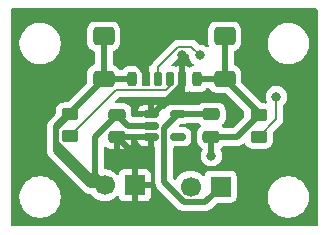
<source format=gbr>
%TF.GenerationSoftware,KiCad,Pcbnew,9.0.4*%
%TF.CreationDate,2025-10-29T17:36:42+05:30*%
%TF.ProjectId,usb_to_3.3v,7573625f-746f-45f3-932e-33762e6b6963,rev?*%
%TF.SameCoordinates,Original*%
%TF.FileFunction,Copper,L1,Top*%
%TF.FilePolarity,Positive*%
%FSLAX46Y46*%
G04 Gerber Fmt 4.6, Leading zero omitted, Abs format (unit mm)*
G04 Created by KiCad (PCBNEW 9.0.4) date 2025-10-29 17:36:42*
%MOMM*%
%LPD*%
G01*
G04 APERTURE LIST*
G04 Aperture macros list*
%AMRoundRect*
0 Rectangle with rounded corners*
0 $1 Rounding radius*
0 $2 $3 $4 $5 $6 $7 $8 $9 X,Y pos of 4 corners*
0 Add a 4 corners polygon primitive as box body*
4,1,4,$2,$3,$4,$5,$6,$7,$8,$9,$2,$3,0*
0 Add four circle primitives for the rounded corners*
1,1,$1+$1,$2,$3*
1,1,$1+$1,$4,$5*
1,1,$1+$1,$6,$7*
1,1,$1+$1,$8,$9*
0 Add four rect primitives between the rounded corners*
20,1,$1+$1,$2,$3,$4,$5,0*
20,1,$1+$1,$4,$5,$6,$7,0*
20,1,$1+$1,$6,$7,$8,$9,0*
20,1,$1+$1,$8,$9,$2,$3,0*%
G04 Aperture macros list end*
%TA.AperFunction,ComponentPad*%
%ADD10R,1.700000X1.700000*%
%TD*%
%TA.AperFunction,ComponentPad*%
%ADD11C,1.700000*%
%TD*%
%TA.AperFunction,SMDPad,CuDef*%
%ADD12RoundRect,0.150000X-0.512500X-0.150000X0.512500X-0.150000X0.512500X0.150000X-0.512500X0.150000X0*%
%TD*%
%TA.AperFunction,SMDPad,CuDef*%
%ADD13RoundRect,0.250000X0.450000X-0.262500X0.450000X0.262500X-0.450000X0.262500X-0.450000X-0.262500X0*%
%TD*%
%TA.AperFunction,SMDPad,CuDef*%
%ADD14RoundRect,0.250000X-0.450000X0.262500X-0.450000X-0.262500X0.450000X-0.262500X0.450000X0.262500X0*%
%TD*%
%TA.AperFunction,SMDPad,CuDef*%
%ADD15RoundRect,0.175000X0.175000X0.425000X-0.175000X0.425000X-0.175000X-0.425000X0.175000X-0.425000X0*%
%TD*%
%TA.AperFunction,SMDPad,CuDef*%
%ADD16RoundRect,0.190000X-0.190000X-0.410000X0.190000X-0.410000X0.190000X0.410000X-0.190000X0.410000X0*%
%TD*%
%TA.AperFunction,SMDPad,CuDef*%
%ADD17RoundRect,0.200000X-0.200000X-0.400000X0.200000X-0.400000X0.200000X0.400000X-0.200000X0.400000X0*%
%TD*%
%TA.AperFunction,SMDPad,CuDef*%
%ADD18RoundRect,0.175000X-0.175000X-0.425000X0.175000X-0.425000X0.175000X0.425000X-0.175000X0.425000X0*%
%TD*%
%TA.AperFunction,SMDPad,CuDef*%
%ADD19RoundRect,0.190000X0.190000X0.410000X-0.190000X0.410000X-0.190000X-0.410000X0.190000X-0.410000X0*%
%TD*%
%TA.AperFunction,SMDPad,CuDef*%
%ADD20RoundRect,0.200000X0.200000X0.400000X-0.200000X0.400000X-0.200000X-0.400000X0.200000X-0.400000X0*%
%TD*%
%TA.AperFunction,SMDPad,CuDef*%
%ADD21RoundRect,0.250000X0.650000X0.425000X-0.650000X0.425000X-0.650000X-0.425000X0.650000X-0.425000X0*%
%TD*%
%TA.AperFunction,SMDPad,CuDef*%
%ADD22RoundRect,0.250000X0.650000X0.500000X-0.650000X0.500000X-0.650000X-0.500000X0.650000X-0.500000X0*%
%TD*%
%TA.AperFunction,SMDPad,CuDef*%
%ADD23RoundRect,0.250000X-0.475000X0.250000X-0.475000X-0.250000X0.475000X-0.250000X0.475000X0.250000X0*%
%TD*%
%TA.AperFunction,SMDPad,CuDef*%
%ADD24RoundRect,0.250000X0.475000X-0.250000X0.475000X0.250000X-0.475000X0.250000X-0.475000X-0.250000X0*%
%TD*%
%TA.AperFunction,ViaPad*%
%ADD25C,0.800000*%
%TD*%
%TA.AperFunction,Conductor*%
%ADD26C,0.508000*%
%TD*%
%TA.AperFunction,Conductor*%
%ADD27C,0.203200*%
%TD*%
G04 APERTURE END LIST*
D10*
%TO.P,J4,1,Pin_1*%
%TO.N,+3.3V*%
X153775000Y-91115000D03*
D11*
%TO.P,J4,2,Pin_2*%
%TO.N,GND*%
X151235000Y-91115000D03*
%TD*%
D10*
%TO.P,J3,1,Pin_1*%
%TO.N,+5V*%
X146500000Y-91000000D03*
D11*
%TO.P,J3,2,Pin_2*%
%TO.N,GND*%
X143960000Y-91000000D03*
%TD*%
D12*
%TO.P,U1,1,VIN*%
%TO.N,+5V*%
X147862500Y-85000000D03*
%TO.P,U1,2,GND*%
%TO.N,GND*%
X147862500Y-85950000D03*
%TO.P,U1,3,EN*%
%TO.N,+5V*%
X147862500Y-86900000D03*
%TO.P,U1,4,NC*%
%TO.N,unconnected-(U1-NC-Pad4)*%
X150137500Y-86900000D03*
%TO.P,U1,5,VOUT*%
%TO.N,+3.3V*%
X150137500Y-85000000D03*
%TD*%
D13*
%TO.P,R2,1*%
%TO.N,Net-(J1-CC1)*%
X141000000Y-86825000D03*
%TO.P,R2,2*%
%TO.N,GND*%
X141000000Y-85000000D03*
%TD*%
D14*
%TO.P,R1,1*%
%TO.N,GND*%
X157000000Y-85087500D03*
%TO.P,R1,2*%
%TO.N,Net-(J1-CC2)*%
X157000000Y-86912500D03*
%TD*%
D15*
%TO.P,J1,A5,CC1*%
%TO.N,Net-(J1-CC1)*%
X149500000Y-82032500D03*
D16*
%TO.P,J1,A9,VBUS*%
%TO.N,+5V*%
X147480000Y-82032500D03*
D17*
%TO.P,J1,A12,GND*%
%TO.N,GND*%
X146250000Y-82032500D03*
D18*
%TO.P,J1,B5,CC2*%
%TO.N,Net-(J1-CC2)*%
X148500000Y-82032500D03*
D19*
%TO.P,J1,B9,VBUS*%
%TO.N,+5V*%
X150520000Y-82032500D03*
D20*
%TO.P,J1,B12,GND*%
%TO.N,GND*%
X151750000Y-82032500D03*
D21*
%TO.P,J1,S1,SHIELD*%
X154125000Y-81977500D03*
D22*
X154125000Y-78397500D03*
D21*
X143875000Y-81977500D03*
D22*
X143875000Y-78397500D03*
%TD*%
D23*
%TO.P,C2,1*%
%TO.N,+3.3V*%
X153000000Y-85000000D03*
%TO.P,C2,2*%
%TO.N,GND*%
X153000000Y-86900000D03*
%TD*%
D24*
%TO.P,C1,1*%
%TO.N,+5V*%
X145000000Y-86950000D03*
%TO.P,C1,2*%
%TO.N,GND*%
X145000000Y-85050000D03*
%TD*%
D25*
%TO.N,GND*%
X153000000Y-88500000D03*
%TO.N,Net-(J1-CC2)*%
X158500000Y-83500000D03*
X152000000Y-80000000D03*
%TO.N,+5V*%
X146000000Y-80000000D03*
X150500000Y-80000000D03*
%TD*%
D26*
%TO.N,GND*%
X143454028Y-91000000D02*
X143960000Y-91000000D01*
X139841800Y-86158200D02*
X139841800Y-87387772D01*
X141000000Y-85000000D02*
X139841800Y-86158200D01*
X139841800Y-87387772D02*
X143454028Y-91000000D01*
X146195000Y-81977500D02*
X146250000Y-82032500D01*
X143875000Y-81977500D02*
X146195000Y-81977500D01*
X143875000Y-81977500D02*
X143875000Y-78397500D01*
X151805000Y-81977500D02*
X151750000Y-82032500D01*
X154125000Y-81977500D02*
X151805000Y-81977500D01*
X154125000Y-81977500D02*
X154125000Y-78397500D01*
X157000000Y-84852500D02*
X154125000Y-81977500D01*
X157000000Y-85087500D02*
X157000000Y-84852500D01*
X155187500Y-86900000D02*
X157000000Y-85087500D01*
X153000000Y-86900000D02*
X155187500Y-86900000D01*
X153000000Y-86900000D02*
X153000000Y-88500000D01*
D27*
%TO.N,Net-(J1-CC1)*%
X149500000Y-82632500D02*
X149500000Y-82032500D01*
X149194200Y-82938300D02*
X149500000Y-82632500D01*
X144886700Y-82938300D02*
X149194200Y-82938300D01*
X141000000Y-86825000D02*
X144886700Y-82938300D01*
D26*
%TO.N,+3.3V*%
X152466800Y-92423200D02*
X153775000Y-91115000D01*
X149016800Y-90746875D02*
X150693125Y-92423200D01*
X150137500Y-85000000D02*
X149016800Y-86120700D01*
X149016800Y-86120700D02*
X149016800Y-90746875D01*
X150693125Y-92423200D02*
X152466800Y-92423200D01*
X153000000Y-85000000D02*
X150137500Y-85000000D01*
D27*
%TO.N,unconnected-(U1-NC-Pad4)*%
X150137500Y-86900000D02*
X150237500Y-87000000D01*
D26*
%TO.N,GND*%
X145900000Y-85950000D02*
X147862500Y-85950000D01*
X145000000Y-85050000D02*
X145900000Y-85950000D01*
D27*
%TO.N,Net-(J1-CC2)*%
X158500000Y-85412500D02*
X157000000Y-86912500D01*
X150207648Y-79294200D02*
X151294200Y-79294200D01*
X151294200Y-79294200D02*
X152000000Y-80000000D01*
X148500000Y-81001848D02*
X150207648Y-79294200D01*
X158500000Y-83500000D02*
X158500000Y-85412500D01*
X148500000Y-82032500D02*
X148500000Y-81001848D01*
D26*
%TO.N,+5V*%
X150500000Y-82012500D02*
X150520000Y-82032500D01*
X150500000Y-80000000D02*
X150500000Y-82012500D01*
X147480000Y-81480000D02*
X146000000Y-80000000D01*
X147480000Y-82032500D02*
X147480000Y-81480000D01*
%TO.N,GND*%
X143930000Y-82032500D02*
X143875000Y-81977500D01*
%TO.N,+5V*%
X148032830Y-85000000D02*
X147862500Y-85000000D01*
X150520000Y-82512830D02*
X148032830Y-85000000D01*
X150520000Y-82032500D02*
X150520000Y-82512830D01*
X147812500Y-86950000D02*
X147862500Y-86900000D01*
X145000000Y-86950000D02*
X147812500Y-86950000D01*
X146500000Y-88450000D02*
X145000000Y-86950000D01*
X146500000Y-91000000D02*
X146500000Y-88450000D01*
%TO.N,GND*%
X145000000Y-85050000D02*
X143110000Y-86940000D01*
X143110000Y-86940000D02*
X143110000Y-90150000D01*
X143110000Y-90150000D02*
X143960000Y-91000000D01*
X141000000Y-85000000D02*
X141000000Y-84852500D01*
X141000000Y-84852500D02*
X143875000Y-81977500D01*
X143875000Y-81977500D02*
X139841800Y-86010700D01*
X139841800Y-86010700D02*
X139841800Y-88083881D01*
X139841800Y-88083881D02*
X142757919Y-91000000D01*
X142757919Y-91000000D02*
X143960000Y-91000000D01*
%TD*%
%TA.AperFunction,Conductor*%
%TO.N,+5V*%
G36*
X150984185Y-79898850D02*
G01*
X150993147Y-79897562D01*
X151017187Y-79908540D01*
X151042539Y-79915985D01*
X151048466Y-79922825D01*
X151056703Y-79926587D01*
X151070992Y-79948821D01*
X151088294Y-79968789D01*
X151090581Y-79979303D01*
X151094477Y-79985365D01*
X151099500Y-80020300D01*
X151099500Y-80088695D01*
X151134103Y-80262658D01*
X151134106Y-80262667D01*
X151201983Y-80426540D01*
X151201990Y-80426553D01*
X151300535Y-80574034D01*
X151300538Y-80574038D01*
X151425961Y-80699461D01*
X151425969Y-80699467D01*
X151452958Y-80717501D01*
X151497764Y-80771113D01*
X151506471Y-80840438D01*
X151476317Y-80903465D01*
X151420958Y-80938988D01*
X151260396Y-80989020D01*
X151260394Y-80989021D01*
X151192270Y-81030203D01*
X151124715Y-81048038D01*
X151063974Y-81030203D01*
X150995261Y-80988666D01*
X150835294Y-80938818D01*
X150835287Y-80938817D01*
X150770000Y-80932884D01*
X150770000Y-83132114D01*
X150835282Y-83126184D01*
X150835290Y-83126182D01*
X150995258Y-83076334D01*
X150995264Y-83076331D01*
X151063971Y-83034797D01*
X151131526Y-83016960D01*
X151192270Y-83034795D01*
X151260394Y-83075978D01*
X151422804Y-83126586D01*
X151493384Y-83133000D01*
X151493387Y-83133000D01*
X152006613Y-83133000D01*
X152006616Y-83133000D01*
X152077196Y-83126586D01*
X152239606Y-83075978D01*
X152385185Y-82987972D01*
X152505472Y-82867685D01*
X152551317Y-82791849D01*
X152559250Y-82784583D01*
X152563720Y-82774797D01*
X152584569Y-82761398D01*
X152602845Y-82744662D01*
X152614997Y-82741843D01*
X152622498Y-82737023D01*
X152657433Y-82732000D01*
X152727249Y-82732000D01*
X152794288Y-82751685D01*
X152832786Y-82790901D01*
X152882288Y-82871156D01*
X153006344Y-82995212D01*
X153155666Y-83087314D01*
X153322203Y-83142499D01*
X153424991Y-83153000D01*
X154182112Y-83152999D01*
X154249151Y-83172683D01*
X154269793Y-83189318D01*
X155763251Y-84682776D01*
X155796736Y-84744099D01*
X155799008Y-84771835D01*
X155799500Y-84771835D01*
X155799500Y-85169612D01*
X155779815Y-85236651D01*
X155763181Y-85257293D01*
X154911294Y-86109181D01*
X154849971Y-86142666D01*
X154823613Y-86145500D01*
X154083230Y-86145500D01*
X154056020Y-86137510D01*
X154028097Y-86132569D01*
X154020429Y-86127059D01*
X154016191Y-86125815D01*
X153999039Y-86112537D01*
X153997257Y-86110889D01*
X153943656Y-86057288D01*
X153930568Y-86049215D01*
X153921725Y-86041037D01*
X153909731Y-86020976D01*
X153894096Y-86003594D01*
X153892134Y-85991545D01*
X153885871Y-85981068D01*
X153886627Y-85957704D01*
X153882872Y-85934632D01*
X153887736Y-85923435D01*
X153888131Y-85911235D01*
X153901397Y-85891990D01*
X153910713Y-85870549D01*
X153924287Y-85858786D01*
X153927787Y-85853710D01*
X153932345Y-85851803D01*
X153940817Y-85844462D01*
X153943656Y-85842712D01*
X154067712Y-85718656D01*
X154159814Y-85569334D01*
X154214999Y-85402797D01*
X154225500Y-85300009D01*
X154225499Y-84699992D01*
X154223740Y-84682776D01*
X154214999Y-84597203D01*
X154214998Y-84597200D01*
X154185813Y-84509127D01*
X154159814Y-84430666D01*
X154067712Y-84281344D01*
X153943656Y-84157288D01*
X153850888Y-84100069D01*
X153794336Y-84065187D01*
X153794331Y-84065185D01*
X153757432Y-84052958D01*
X153627797Y-84010001D01*
X153627795Y-84010000D01*
X153525010Y-83999500D01*
X152474998Y-83999500D01*
X152474980Y-83999501D01*
X152372203Y-84010000D01*
X152372200Y-84010001D01*
X152205668Y-84065185D01*
X152205663Y-84065187D01*
X152056342Y-84157289D01*
X152004451Y-84209181D01*
X151943128Y-84242666D01*
X151916770Y-84245500D01*
X150918559Y-84245500D01*
X150883964Y-84240576D01*
X150752573Y-84202402D01*
X150752567Y-84202401D01*
X150715701Y-84199500D01*
X150715694Y-84199500D01*
X149559306Y-84199500D01*
X149559298Y-84199500D01*
X149522432Y-84202401D01*
X149522426Y-84202402D01*
X149364606Y-84248254D01*
X149364603Y-84248255D01*
X149223137Y-84331917D01*
X149223129Y-84331923D01*
X149106923Y-84448129D01*
X149106913Y-84448142D01*
X149106434Y-84448953D01*
X149105893Y-84449457D01*
X149102139Y-84454298D01*
X149101357Y-84453691D01*
X149055360Y-84496631D01*
X148986617Y-84509127D01*
X148922030Y-84482474D01*
X148897716Y-84454410D01*
X148897463Y-84454607D01*
X148893841Y-84449937D01*
X148892976Y-84448939D01*
X148892685Y-84448447D01*
X148892678Y-84448438D01*
X148776561Y-84332321D01*
X148776552Y-84332314D01*
X148635196Y-84248717D01*
X148635193Y-84248716D01*
X148477495Y-84202900D01*
X148477489Y-84202899D01*
X148440649Y-84200000D01*
X148112500Y-84200000D01*
X148112500Y-84876000D01*
X148092815Y-84943039D01*
X148040011Y-84988794D01*
X147988500Y-85000000D01*
X147862500Y-85000000D01*
X147862500Y-85025500D01*
X147842815Y-85092539D01*
X147790011Y-85138294D01*
X147738500Y-85149500D01*
X147284298Y-85149500D01*
X147247432Y-85152401D01*
X147247426Y-85152402D01*
X147116036Y-85190576D01*
X147081441Y-85195500D01*
X146349500Y-85195500D01*
X146282461Y-85175815D01*
X146236706Y-85123011D01*
X146225500Y-85071500D01*
X146225499Y-84794344D01*
X146225499Y-84749998D01*
X146702704Y-84749998D01*
X146702705Y-84750000D01*
X147612500Y-84750000D01*
X147612500Y-84200000D01*
X147284350Y-84200000D01*
X147247510Y-84202899D01*
X147247504Y-84202900D01*
X147089806Y-84248716D01*
X147089803Y-84248717D01*
X146948447Y-84332314D01*
X146948438Y-84332321D01*
X146832321Y-84448438D01*
X146832314Y-84448447D01*
X146748718Y-84589801D01*
X146702899Y-84747513D01*
X146702704Y-84749998D01*
X146225499Y-84749998D01*
X146225498Y-84749980D01*
X146214999Y-84647203D01*
X146214998Y-84647200D01*
X146159814Y-84480666D01*
X146067712Y-84331344D01*
X145943656Y-84207288D01*
X145794334Y-84115186D01*
X145627797Y-84060001D01*
X145627795Y-84060000D01*
X145525016Y-84049500D01*
X145525009Y-84049500D01*
X144926359Y-84049500D01*
X144859320Y-84029815D01*
X144813565Y-83977011D01*
X144803621Y-83907853D01*
X144832646Y-83844297D01*
X144838678Y-83837819D01*
X144913831Y-83762667D01*
X145099779Y-83576719D01*
X145161102Y-83543234D01*
X145187460Y-83540400D01*
X149273466Y-83540400D01*
X149273468Y-83540400D01*
X149426602Y-83499367D01*
X149563898Y-83420100D01*
X149676000Y-83307998D01*
X149862520Y-83121476D01*
X149874139Y-83114391D01*
X149880647Y-83106502D01*
X149911195Y-83091792D01*
X149912387Y-83091066D01*
X149912715Y-83090960D01*
X149954270Y-83078012D01*
X149955520Y-83077256D01*
X149963682Y-83074643D01*
X149991864Y-83073959D01*
X150019786Y-83070095D01*
X150032372Y-83072977D01*
X150033531Y-83072949D01*
X150034302Y-83073418D01*
X150038382Y-83074353D01*
X150204709Y-83126182D01*
X150204717Y-83126184D01*
X150270000Y-83132115D01*
X150270000Y-82813539D01*
X150287882Y-82749390D01*
X150295512Y-82736770D01*
X150344315Y-82580157D01*
X150350500Y-82512094D01*
X150350500Y-81552906D01*
X150344315Y-81484843D01*
X150295512Y-81328230D01*
X150287881Y-81315606D01*
X150270000Y-81251459D01*
X150270000Y-80932884D01*
X150204712Y-80938817D01*
X150204702Y-80938819D01*
X150038383Y-80990646D01*
X149968523Y-80991798D01*
X149960971Y-80989076D01*
X149797661Y-80938186D01*
X149797659Y-80938185D01*
X149797657Y-80938185D01*
X149729594Y-80932000D01*
X149729591Y-80932000D01*
X149720708Y-80932000D01*
X149653669Y-80912315D01*
X149607914Y-80859511D01*
X149597970Y-80790353D01*
X149626995Y-80726797D01*
X149633027Y-80720319D01*
X150420727Y-79932619D01*
X150482050Y-79899134D01*
X150508408Y-79896300D01*
X150975500Y-79896300D01*
X150984185Y-79898850D01*
G37*
%TD.AperFunction*%
%TA.AperFunction,Conductor*%
G36*
X161926539Y-76036185D02*
G01*
X161972294Y-76088989D01*
X161983500Y-76140500D01*
X161983500Y-94359500D01*
X161963815Y-94426539D01*
X161911011Y-94472294D01*
X161859500Y-94483500D01*
X136140500Y-94483500D01*
X136073461Y-94463815D01*
X136027706Y-94411011D01*
X136016500Y-94359500D01*
X136016500Y-91885258D01*
X136749500Y-91885258D01*
X136749500Y-92114741D01*
X136761691Y-92207335D01*
X136779452Y-92342238D01*
X136813239Y-92468333D01*
X136838842Y-92563887D01*
X136926650Y-92775876D01*
X136926657Y-92775890D01*
X137041392Y-92974617D01*
X137181081Y-93156661D01*
X137181089Y-93156670D01*
X137343330Y-93318911D01*
X137343338Y-93318918D01*
X137525382Y-93458607D01*
X137525385Y-93458608D01*
X137525388Y-93458611D01*
X137724112Y-93573344D01*
X137724117Y-93573346D01*
X137724123Y-93573349D01*
X137815480Y-93611190D01*
X137936113Y-93661158D01*
X138157762Y-93720548D01*
X138385266Y-93750500D01*
X138385273Y-93750500D01*
X138614727Y-93750500D01*
X138614734Y-93750500D01*
X138842238Y-93720548D01*
X139063887Y-93661158D01*
X139275888Y-93573344D01*
X139474612Y-93458611D01*
X139656661Y-93318919D01*
X139656665Y-93318914D01*
X139656670Y-93318911D01*
X139818911Y-93156670D01*
X139818914Y-93156665D01*
X139818919Y-93156661D01*
X139958611Y-92974612D01*
X140073344Y-92775888D01*
X140161158Y-92563887D01*
X140220548Y-92342238D01*
X140250500Y-92114734D01*
X140250500Y-91885266D01*
X140220548Y-91657762D01*
X140161158Y-91436113D01*
X140107680Y-91307007D01*
X140073349Y-91224123D01*
X140073346Y-91224117D01*
X140073344Y-91224112D01*
X139958611Y-91025388D01*
X139958608Y-91025385D01*
X139958607Y-91025382D01*
X139818918Y-90843338D01*
X139818911Y-90843330D01*
X139656670Y-90681089D01*
X139656661Y-90681081D01*
X139474617Y-90541392D01*
X139455086Y-90530116D01*
X139371033Y-90481588D01*
X139275890Y-90426657D01*
X139275876Y-90426650D01*
X139063887Y-90338842D01*
X138842238Y-90279452D01*
X138804215Y-90274446D01*
X138614741Y-90249500D01*
X138614734Y-90249500D01*
X138385266Y-90249500D01*
X138385258Y-90249500D01*
X138168715Y-90278009D01*
X138157762Y-90279452D01*
X138110245Y-90292184D01*
X137936112Y-90338842D01*
X137724123Y-90426650D01*
X137724109Y-90426657D01*
X137525382Y-90541392D01*
X137343338Y-90681081D01*
X137181081Y-90843338D01*
X137041392Y-91025382D01*
X136926657Y-91224109D01*
X136926650Y-91224123D01*
X136838842Y-91436112D01*
X136779453Y-91657759D01*
X136779451Y-91657770D01*
X136749500Y-91885258D01*
X136016500Y-91885258D01*
X136016500Y-88158195D01*
X139087298Y-88158195D01*
X139116293Y-88303954D01*
X139116296Y-88303964D01*
X139173166Y-88441262D01*
X139173172Y-88441273D01*
X139255742Y-88564849D01*
X142276950Y-91586057D01*
X142276953Y-91586059D01*
X142400530Y-91668630D01*
X142470700Y-91697695D01*
X142537839Y-91725505D01*
X142562024Y-91730315D01*
X142570369Y-91731975D01*
X142683605Y-91754501D01*
X142775686Y-91754501D01*
X142842725Y-91774186D01*
X142876005Y-91805617D01*
X142929892Y-91879788D01*
X143080213Y-92030109D01*
X143252179Y-92155048D01*
X143252181Y-92155049D01*
X143252184Y-92155051D01*
X143441588Y-92251557D01*
X143643757Y-92317246D01*
X143853713Y-92350500D01*
X143853714Y-92350500D01*
X144066286Y-92350500D01*
X144066287Y-92350500D01*
X144276243Y-92317246D01*
X144478412Y-92251557D01*
X144667816Y-92155051D01*
X144754478Y-92092088D01*
X144839784Y-92030110D01*
X144839784Y-92030109D01*
X144839792Y-92030104D01*
X144953717Y-91916178D01*
X145015036Y-91882696D01*
X145084728Y-91887680D01*
X145140662Y-91929551D01*
X145157577Y-91960528D01*
X145206646Y-92092088D01*
X145206649Y-92092093D01*
X145292809Y-92207187D01*
X145292812Y-92207190D01*
X145407906Y-92293350D01*
X145407913Y-92293354D01*
X145542620Y-92343596D01*
X145542627Y-92343598D01*
X145602155Y-92349999D01*
X145602172Y-92350000D01*
X146250000Y-92350000D01*
X146250000Y-91433012D01*
X146307007Y-91465925D01*
X146434174Y-91500000D01*
X146565826Y-91500000D01*
X146692993Y-91465925D01*
X146750000Y-91433012D01*
X146750000Y-92350000D01*
X147397828Y-92350000D01*
X147397844Y-92349999D01*
X147457372Y-92343598D01*
X147457379Y-92343596D01*
X147592086Y-92293354D01*
X147592093Y-92293350D01*
X147707187Y-92207190D01*
X147707190Y-92207187D01*
X147793350Y-92092093D01*
X147793354Y-92092086D01*
X147843596Y-91957379D01*
X147843598Y-91957372D01*
X147849999Y-91897844D01*
X147850000Y-91897827D01*
X147850000Y-91250000D01*
X146933012Y-91250000D01*
X146965925Y-91192993D01*
X147000000Y-91065826D01*
X147000000Y-90934174D01*
X146965925Y-90807007D01*
X146933012Y-90750000D01*
X147850000Y-90750000D01*
X147850000Y-90102172D01*
X147849999Y-90102155D01*
X147843598Y-90042627D01*
X147843596Y-90042620D01*
X147793354Y-89907913D01*
X147793350Y-89907906D01*
X147707190Y-89792812D01*
X147707187Y-89792809D01*
X147592093Y-89706649D01*
X147592086Y-89706645D01*
X147457379Y-89656403D01*
X147457372Y-89656401D01*
X147397844Y-89650000D01*
X146750000Y-89650000D01*
X146750000Y-90566988D01*
X146692993Y-90534075D01*
X146565826Y-90500000D01*
X146434174Y-90500000D01*
X146307007Y-90534075D01*
X146250000Y-90566988D01*
X146250000Y-89650000D01*
X145602155Y-89650000D01*
X145542627Y-89656401D01*
X145542620Y-89656403D01*
X145407913Y-89706645D01*
X145407906Y-89706649D01*
X145292812Y-89792809D01*
X145292809Y-89792812D01*
X145206649Y-89907906D01*
X145206646Y-89907912D01*
X145157577Y-90039471D01*
X145115705Y-90095404D01*
X145050241Y-90119821D01*
X144981968Y-90104969D01*
X144953714Y-90083818D01*
X144839786Y-89969890D01*
X144667820Y-89844951D01*
X144478414Y-89748444D01*
X144478413Y-89748443D01*
X144478412Y-89748443D01*
X144276243Y-89682754D01*
X144276241Y-89682753D01*
X144276240Y-89682753D01*
X144114957Y-89657208D01*
X144066287Y-89649500D01*
X144066286Y-89649500D01*
X143988500Y-89649500D01*
X143921461Y-89629815D01*
X143875706Y-89577011D01*
X143864500Y-89525500D01*
X143864500Y-87895968D01*
X143884185Y-87828929D01*
X143936989Y-87783174D01*
X144006147Y-87773230D01*
X144053597Y-87790430D01*
X144205869Y-87884353D01*
X144205880Y-87884358D01*
X144372302Y-87939505D01*
X144372309Y-87939506D01*
X144475019Y-87949999D01*
X144749999Y-87949999D01*
X145250000Y-87949999D01*
X145524972Y-87949999D01*
X145524986Y-87949998D01*
X145627697Y-87939505D01*
X145794119Y-87884358D01*
X145794124Y-87884356D01*
X145943345Y-87792315D01*
X146067315Y-87668345D01*
X146159356Y-87519124D01*
X146159358Y-87519119D01*
X146214505Y-87352697D01*
X146214506Y-87352690D01*
X146224999Y-87249986D01*
X146225000Y-87249973D01*
X146225000Y-87200000D01*
X145250000Y-87200000D01*
X145250000Y-87949999D01*
X144749999Y-87949999D01*
X144750000Y-87949998D01*
X144750000Y-87150001D01*
X146702704Y-87150001D01*
X146702899Y-87152486D01*
X146748718Y-87310198D01*
X146832314Y-87451552D01*
X146832321Y-87451561D01*
X146948438Y-87567678D01*
X146948447Y-87567685D01*
X147089803Y-87651282D01*
X147089806Y-87651283D01*
X147247504Y-87697099D01*
X147247510Y-87697100D01*
X147284350Y-87699999D01*
X147284366Y-87700000D01*
X147612500Y-87700000D01*
X147612500Y-87150000D01*
X146702705Y-87150000D01*
X146702704Y-87150001D01*
X144750000Y-87150001D01*
X144750000Y-87074000D01*
X144769685Y-87006961D01*
X144822489Y-86961206D01*
X144874000Y-86950000D01*
X145000000Y-86950000D01*
X145000000Y-86824000D01*
X145019685Y-86756961D01*
X145072489Y-86711206D01*
X145124000Y-86700000D01*
X145790853Y-86700000D01*
X145815042Y-86702382D01*
X145825688Y-86704500D01*
X145974312Y-86704500D01*
X147081441Y-86704500D01*
X147116036Y-86709424D01*
X147247426Y-86747597D01*
X147247429Y-86747597D01*
X147247431Y-86747598D01*
X147284306Y-86750500D01*
X147738500Y-86750500D01*
X147805539Y-86770185D01*
X147851294Y-86822989D01*
X147862500Y-86874500D01*
X147862500Y-86900000D01*
X147988500Y-86900000D01*
X148055539Y-86919685D01*
X148101294Y-86972489D01*
X148112500Y-87024000D01*
X148112500Y-87700000D01*
X148138300Y-87700000D01*
X148205339Y-87719685D01*
X148251094Y-87772489D01*
X148262300Y-87824000D01*
X148262300Y-90667427D01*
X148262299Y-90667453D01*
X148262299Y-90672563D01*
X148262299Y-90821187D01*
X148262299Y-90821189D01*
X148262298Y-90821189D01*
X148291293Y-90966948D01*
X148291296Y-90966958D01*
X148348166Y-91104256D01*
X148348172Y-91104267D01*
X148430742Y-91227843D01*
X148430743Y-91227844D01*
X150102725Y-92899824D01*
X150102746Y-92899847D01*
X150212154Y-93009255D01*
X150212157Y-93009257D01*
X150212159Y-93009259D01*
X150294730Y-93064430D01*
X150335736Y-93091830D01*
X150416170Y-93125146D01*
X150473045Y-93148705D01*
X150473054Y-93148706D01*
X150473055Y-93148707D01*
X150497228Y-93153515D01*
X150497235Y-93153516D01*
X150618811Y-93177701D01*
X150618813Y-93177701D01*
X150773551Y-93177701D01*
X150773571Y-93177700D01*
X152386354Y-93177700D01*
X152386374Y-93177701D01*
X152392488Y-93177701D01*
X152541114Y-93177701D01*
X152577809Y-93170400D01*
X152662694Y-93153515D01*
X152686880Y-93148705D01*
X152743755Y-93125146D01*
X152824189Y-93091830D01*
X152947766Y-93009259D01*
X153455205Y-92501817D01*
X153516528Y-92468333D01*
X153542886Y-92465499D01*
X154672871Y-92465499D01*
X154672872Y-92465499D01*
X154732483Y-92459091D01*
X154867331Y-92408796D01*
X154982546Y-92322546D01*
X155068796Y-92207331D01*
X155119091Y-92072483D01*
X155125500Y-92012873D01*
X155125500Y-91885258D01*
X157749500Y-91885258D01*
X157749500Y-92114741D01*
X157761691Y-92207335D01*
X157779452Y-92342238D01*
X157813239Y-92468333D01*
X157838842Y-92563887D01*
X157926650Y-92775876D01*
X157926657Y-92775890D01*
X158041392Y-92974617D01*
X158181081Y-93156661D01*
X158181089Y-93156670D01*
X158343330Y-93318911D01*
X158343338Y-93318918D01*
X158525382Y-93458607D01*
X158525385Y-93458608D01*
X158525388Y-93458611D01*
X158724112Y-93573344D01*
X158724117Y-93573346D01*
X158724123Y-93573349D01*
X158815480Y-93611190D01*
X158936113Y-93661158D01*
X159157762Y-93720548D01*
X159385266Y-93750500D01*
X159385273Y-93750500D01*
X159614727Y-93750500D01*
X159614734Y-93750500D01*
X159842238Y-93720548D01*
X160063887Y-93661158D01*
X160275888Y-93573344D01*
X160474612Y-93458611D01*
X160656661Y-93318919D01*
X160656665Y-93318914D01*
X160656670Y-93318911D01*
X160818911Y-93156670D01*
X160818914Y-93156665D01*
X160818919Y-93156661D01*
X160958611Y-92974612D01*
X161073344Y-92775888D01*
X161161158Y-92563887D01*
X161220548Y-92342238D01*
X161250500Y-92114734D01*
X161250500Y-91885266D01*
X161220548Y-91657762D01*
X161161158Y-91436113D01*
X161107680Y-91307007D01*
X161073349Y-91224123D01*
X161073346Y-91224117D01*
X161073344Y-91224112D01*
X160958611Y-91025388D01*
X160958608Y-91025385D01*
X160958607Y-91025382D01*
X160818918Y-90843338D01*
X160818911Y-90843330D01*
X160656670Y-90681089D01*
X160656661Y-90681081D01*
X160474617Y-90541392D01*
X160455086Y-90530116D01*
X160371033Y-90481588D01*
X160275890Y-90426657D01*
X160275876Y-90426650D01*
X160063887Y-90338842D01*
X159842238Y-90279452D01*
X159804215Y-90274446D01*
X159614741Y-90249500D01*
X159614734Y-90249500D01*
X159385266Y-90249500D01*
X159385258Y-90249500D01*
X159168715Y-90278009D01*
X159157762Y-90279452D01*
X159110245Y-90292184D01*
X158936112Y-90338842D01*
X158724123Y-90426650D01*
X158724109Y-90426657D01*
X158525382Y-90541392D01*
X158343338Y-90681081D01*
X158181081Y-90843338D01*
X158041392Y-91025382D01*
X157926657Y-91224109D01*
X157926650Y-91224123D01*
X157838842Y-91436112D01*
X157779453Y-91657759D01*
X157779451Y-91657770D01*
X157749500Y-91885258D01*
X155125500Y-91885258D01*
X155125499Y-91106287D01*
X155125499Y-90217129D01*
X155125498Y-90217123D01*
X155119091Y-90157516D01*
X155068797Y-90022671D01*
X155068793Y-90022664D01*
X154982547Y-89907455D01*
X154982544Y-89907452D01*
X154867335Y-89821206D01*
X154867328Y-89821202D01*
X154732482Y-89770908D01*
X154732483Y-89770908D01*
X154672883Y-89764501D01*
X154672881Y-89764500D01*
X154672873Y-89764500D01*
X154672864Y-89764500D01*
X152877129Y-89764500D01*
X152877123Y-89764501D01*
X152817516Y-89770908D01*
X152682671Y-89821202D01*
X152682664Y-89821206D01*
X152567455Y-89907452D01*
X152567452Y-89907455D01*
X152481206Y-90022664D01*
X152481203Y-90022669D01*
X152432189Y-90154083D01*
X152390317Y-90210016D01*
X152324853Y-90234433D01*
X152256580Y-90219581D01*
X152228326Y-90198430D01*
X152114786Y-90084890D01*
X151942820Y-89959951D01*
X151753414Y-89863444D01*
X151753413Y-89863443D01*
X151753412Y-89863443D01*
X151551243Y-89797754D01*
X151551241Y-89797753D01*
X151551240Y-89797753D01*
X151389957Y-89772208D01*
X151341287Y-89764500D01*
X151128713Y-89764500D01*
X151080042Y-89772208D01*
X150918760Y-89797753D01*
X150716585Y-89863444D01*
X150527179Y-89959951D01*
X150355213Y-90084890D01*
X150204890Y-90235213D01*
X150079951Y-90407180D01*
X150044081Y-90477579D01*
X150024764Y-90498031D01*
X150007906Y-90520551D01*
X150001096Y-90523090D01*
X149996106Y-90528375D01*
X149968799Y-90535137D01*
X149942442Y-90544968D01*
X149935339Y-90543422D01*
X149928285Y-90545170D01*
X149901655Y-90536095D01*
X149874169Y-90530116D01*
X149865863Y-90523898D01*
X149862150Y-90522633D01*
X149845915Y-90508965D01*
X149807619Y-90470669D01*
X149774134Y-90409346D01*
X149771300Y-90382988D01*
X149771300Y-87824500D01*
X149790985Y-87757461D01*
X149843789Y-87711706D01*
X149895300Y-87700500D01*
X150715686Y-87700500D01*
X150715694Y-87700500D01*
X150752569Y-87697598D01*
X150752571Y-87697597D01*
X150752573Y-87697597D01*
X150812418Y-87680210D01*
X150910398Y-87651744D01*
X151051865Y-87568081D01*
X151168081Y-87451865D01*
X151251744Y-87310398D01*
X151297598Y-87152569D01*
X151300500Y-87115694D01*
X151300500Y-86684306D01*
X151297598Y-86647431D01*
X151289230Y-86618629D01*
X151258394Y-86512492D01*
X151251744Y-86489602D01*
X151168081Y-86348135D01*
X151168079Y-86348133D01*
X151168076Y-86348129D01*
X151051870Y-86231923D01*
X151051862Y-86231917D01*
X150910396Y-86148255D01*
X150910393Y-86148254D01*
X150752573Y-86102402D01*
X150752567Y-86102401D01*
X150715701Y-86099500D01*
X150715694Y-86099500D01*
X150404386Y-86099500D01*
X150383140Y-86093261D01*
X150361052Y-86091682D01*
X150350268Y-86083609D01*
X150337347Y-86079815D01*
X150322847Y-86063081D01*
X150305119Y-86049810D01*
X150300411Y-86037189D01*
X150291592Y-86027011D01*
X150288440Y-86005093D01*
X150280702Y-85984346D01*
X150283564Y-85971185D01*
X150281648Y-85957853D01*
X150290847Y-85937709D01*
X150295554Y-85916073D01*
X150308822Y-85898347D01*
X150310673Y-85894297D01*
X150316705Y-85887819D01*
X150367705Y-85836819D01*
X150429028Y-85803334D01*
X150455386Y-85800500D01*
X150715686Y-85800500D01*
X150715694Y-85800500D01*
X150752569Y-85797598D01*
X150752571Y-85797597D01*
X150752573Y-85797597D01*
X150883964Y-85759424D01*
X150918559Y-85754500D01*
X151916770Y-85754500D01*
X151943974Y-85762488D01*
X151971904Y-85767431D01*
X151979571Y-85772940D01*
X151983809Y-85774185D01*
X152000962Y-85787463D01*
X152002730Y-85789098D01*
X152056344Y-85842712D01*
X152069431Y-85850784D01*
X152078275Y-85858963D01*
X152090271Y-85879029D01*
X152105905Y-85896411D01*
X152107865Y-85908457D01*
X152114128Y-85918933D01*
X152113371Y-85942300D01*
X152117126Y-85965374D01*
X152112262Y-85976566D01*
X152111868Y-85988766D01*
X152098598Y-86008014D01*
X152089282Y-86029456D01*
X152075709Y-86041216D01*
X152072211Y-86046291D01*
X152067653Y-86048196D01*
X152059182Y-86055537D01*
X152056346Y-86057285D01*
X151932289Y-86181342D01*
X151840187Y-86330663D01*
X151840185Y-86330668D01*
X151812349Y-86414670D01*
X151785001Y-86497203D01*
X151785001Y-86497204D01*
X151785000Y-86497204D01*
X151774500Y-86599983D01*
X151774500Y-86599996D01*
X151774501Y-87200000D01*
X151774501Y-87200019D01*
X151785000Y-87302796D01*
X151785001Y-87302799D01*
X151832106Y-87444951D01*
X151840186Y-87469334D01*
X151932288Y-87618656D01*
X152056344Y-87742712D01*
X152186597Y-87823052D01*
X152193419Y-87830637D01*
X152202703Y-87834877D01*
X152216390Y-87856175D01*
X152233321Y-87874998D01*
X152235965Y-87886634D01*
X152240477Y-87893655D01*
X152245500Y-87928590D01*
X152245500Y-87970716D01*
X152225815Y-88037755D01*
X152224602Y-88039606D01*
X152201993Y-88073442D01*
X152201983Y-88073460D01*
X152134106Y-88237332D01*
X152134103Y-88237341D01*
X152099500Y-88411304D01*
X152099500Y-88588695D01*
X152134103Y-88762658D01*
X152134106Y-88762667D01*
X152201983Y-88926540D01*
X152201990Y-88926553D01*
X152300535Y-89074034D01*
X152300538Y-89074038D01*
X152425961Y-89199461D01*
X152425965Y-89199464D01*
X152573446Y-89298009D01*
X152573459Y-89298016D01*
X152696363Y-89348923D01*
X152737334Y-89365894D01*
X152737336Y-89365894D01*
X152737341Y-89365896D01*
X152911304Y-89400499D01*
X152911307Y-89400500D01*
X152911309Y-89400500D01*
X153088693Y-89400500D01*
X153088694Y-89400499D01*
X153146682Y-89388964D01*
X153262658Y-89365896D01*
X153262661Y-89365894D01*
X153262666Y-89365894D01*
X153426547Y-89298013D01*
X153574035Y-89199464D01*
X153699464Y-89074035D01*
X153798013Y-88926547D01*
X153865894Y-88762666D01*
X153900500Y-88588691D01*
X153900500Y-88411309D01*
X153900500Y-88411306D01*
X153900499Y-88411304D01*
X153865896Y-88237341D01*
X153865893Y-88237332D01*
X153798016Y-88073460D01*
X153798015Y-88073459D01*
X153798013Y-88073453D01*
X153798006Y-88073442D01*
X153775398Y-88039606D01*
X153769747Y-88021561D01*
X153759523Y-88005651D01*
X153755071Y-87974689D01*
X153754520Y-87972929D01*
X153754500Y-87970716D01*
X153754500Y-87928590D01*
X153774185Y-87861551D01*
X153813402Y-87823052D01*
X153943656Y-87742712D01*
X153995549Y-87690819D01*
X154056872Y-87657334D01*
X154083230Y-87654500D01*
X155107054Y-87654500D01*
X155107074Y-87654501D01*
X155113188Y-87654501D01*
X155261814Y-87654501D01*
X155299573Y-87646989D01*
X155383394Y-87630315D01*
X155407580Y-87625505D01*
X155470361Y-87599500D01*
X155544889Y-87568630D01*
X155668466Y-87486059D01*
X155676088Y-87478436D01*
X155737408Y-87444951D01*
X155807100Y-87449932D01*
X155863035Y-87491801D01*
X155869310Y-87501020D01*
X155941868Y-87618657D01*
X155957288Y-87643656D01*
X156081344Y-87767712D01*
X156230666Y-87859814D01*
X156397203Y-87914999D01*
X156499991Y-87925500D01*
X157500008Y-87925499D01*
X157500016Y-87925498D01*
X157500019Y-87925498D01*
X157556302Y-87919748D01*
X157602797Y-87914999D01*
X157769334Y-87859814D01*
X157918656Y-87767712D01*
X158042712Y-87643656D01*
X158134814Y-87494334D01*
X158189999Y-87327797D01*
X158200500Y-87225009D01*
X158200499Y-86614859D01*
X158220183Y-86547821D01*
X158236818Y-86527179D01*
X158582655Y-86181342D01*
X158981800Y-85782198D01*
X159014531Y-85725505D01*
X159061067Y-85644902D01*
X159102100Y-85491768D01*
X159102100Y-84222761D01*
X159121785Y-84155722D01*
X159138414Y-84135084D01*
X159199464Y-84074035D01*
X159298013Y-83926547D01*
X159365894Y-83762666D01*
X159400500Y-83588691D01*
X159400500Y-83411309D01*
X159400500Y-83411306D01*
X159400499Y-83411304D01*
X159365896Y-83237341D01*
X159365893Y-83237332D01*
X159298016Y-83073459D01*
X159298009Y-83073446D01*
X159199464Y-82925965D01*
X159199461Y-82925961D01*
X159074038Y-82800538D01*
X159074034Y-82800535D01*
X158926553Y-82701990D01*
X158926540Y-82701983D01*
X158762667Y-82634106D01*
X158762658Y-82634103D01*
X158588694Y-82599500D01*
X158588691Y-82599500D01*
X158411309Y-82599500D01*
X158411306Y-82599500D01*
X158237341Y-82634103D01*
X158237332Y-82634106D01*
X158073459Y-82701983D01*
X158073446Y-82701990D01*
X157925965Y-82800535D01*
X157925961Y-82800538D01*
X157800538Y-82925961D01*
X157800535Y-82925965D01*
X157701990Y-83073446D01*
X157701983Y-83073459D01*
X157634106Y-83237332D01*
X157634103Y-83237341D01*
X157599500Y-83411304D01*
X157599500Y-83588695D01*
X157634103Y-83762658D01*
X157634106Y-83762667D01*
X157695406Y-83910660D01*
X157699112Y-83945132D01*
X157702963Y-83979634D01*
X157702846Y-83979868D01*
X157702875Y-83980129D01*
X157687379Y-84011084D01*
X157671942Y-84042239D01*
X157671715Y-84042374D01*
X157671599Y-84042608D01*
X157641883Y-84060238D01*
X157611998Y-84078135D01*
X157611679Y-84078159D01*
X157611510Y-84078260D01*
X157576922Y-84082050D01*
X157572559Y-84081911D01*
X157500009Y-84074500D01*
X157338423Y-84074500D01*
X157336464Y-84074438D01*
X157305055Y-84064125D01*
X157273348Y-84054815D01*
X157271043Y-84052958D01*
X157270081Y-84052642D01*
X157268998Y-84051310D01*
X157252706Y-84038181D01*
X155561818Y-82347293D01*
X155528333Y-82285970D01*
X155525499Y-82259612D01*
X155525499Y-81502498D01*
X155525498Y-81502481D01*
X155514999Y-81399703D01*
X155514998Y-81399700D01*
X155487132Y-81315606D01*
X155459814Y-81233166D01*
X155367712Y-81083844D01*
X155243656Y-80959788D01*
X155094334Y-80867686D01*
X154964495Y-80824661D01*
X154907051Y-80784889D01*
X154880228Y-80720373D01*
X154879500Y-80706956D01*
X154879500Y-79743044D01*
X154899185Y-79676005D01*
X154951989Y-79630250D01*
X154964496Y-79625338D01*
X154964499Y-79625337D01*
X155094334Y-79582314D01*
X155243656Y-79490212D01*
X155367712Y-79366156D01*
X155459814Y-79216834D01*
X155514999Y-79050297D01*
X155525500Y-78947509D01*
X155525500Y-78885258D01*
X157749500Y-78885258D01*
X157749500Y-79114741D01*
X157762942Y-79216834D01*
X157779452Y-79342238D01*
X157815235Y-79475783D01*
X157838842Y-79563887D01*
X157926650Y-79775876D01*
X157926656Y-79775888D01*
X158027755Y-79950998D01*
X158041392Y-79974617D01*
X158181081Y-80156661D01*
X158181089Y-80156670D01*
X158343330Y-80318911D01*
X158343338Y-80318918D01*
X158525382Y-80458607D01*
X158525385Y-80458608D01*
X158525388Y-80458611D01*
X158724112Y-80573344D01*
X158724117Y-80573346D01*
X158724123Y-80573349D01*
X158815480Y-80611190D01*
X158936113Y-80661158D01*
X159157762Y-80720548D01*
X159385266Y-80750500D01*
X159385273Y-80750500D01*
X159614727Y-80750500D01*
X159614734Y-80750500D01*
X159842238Y-80720548D01*
X160063887Y-80661158D01*
X160275888Y-80573344D01*
X160474612Y-80458611D01*
X160656661Y-80318919D01*
X160656665Y-80318914D01*
X160656670Y-80318911D01*
X160818911Y-80156670D01*
X160818914Y-80156665D01*
X160818919Y-80156661D01*
X160958611Y-79974612D01*
X161073344Y-79775888D01*
X161161158Y-79563887D01*
X161220548Y-79342238D01*
X161250500Y-79114734D01*
X161250500Y-78885266D01*
X161220548Y-78657762D01*
X161161158Y-78436113D01*
X161073344Y-78224112D01*
X160958611Y-78025388D01*
X160958608Y-78025385D01*
X160958607Y-78025382D01*
X160822099Y-77847483D01*
X160818919Y-77843339D01*
X160818918Y-77843338D01*
X160818911Y-77843330D01*
X160656670Y-77681089D01*
X160656661Y-77681081D01*
X160474617Y-77541392D01*
X160275890Y-77426657D01*
X160275876Y-77426650D01*
X160063887Y-77338842D01*
X159842238Y-77279452D01*
X159804215Y-77274446D01*
X159614741Y-77249500D01*
X159614734Y-77249500D01*
X159385266Y-77249500D01*
X159385258Y-77249500D01*
X159168715Y-77278009D01*
X159157762Y-77279452D01*
X159064076Y-77304554D01*
X158936112Y-77338842D01*
X158724123Y-77426650D01*
X158724109Y-77426657D01*
X158525382Y-77541392D01*
X158343338Y-77681081D01*
X158181081Y-77843338D01*
X158041392Y-78025382D01*
X157926657Y-78224109D01*
X157926650Y-78224123D01*
X157838842Y-78436112D01*
X157779453Y-78657759D01*
X157779451Y-78657770D01*
X157749500Y-78885258D01*
X155525500Y-78885258D01*
X155525499Y-77847492D01*
X155514999Y-77744703D01*
X155459814Y-77578166D01*
X155367712Y-77428844D01*
X155243656Y-77304788D01*
X155094334Y-77212686D01*
X154927797Y-77157501D01*
X154927795Y-77157500D01*
X154825010Y-77147000D01*
X153424998Y-77147000D01*
X153424981Y-77147001D01*
X153322203Y-77157500D01*
X153322200Y-77157501D01*
X153155668Y-77212685D01*
X153155663Y-77212687D01*
X153006342Y-77304789D01*
X152882289Y-77428842D01*
X152790187Y-77578163D01*
X152790186Y-77578166D01*
X152735001Y-77744703D01*
X152735001Y-77744704D01*
X152735000Y-77744704D01*
X152724500Y-77847483D01*
X152724500Y-78947501D01*
X152724501Y-78947519D01*
X152735000Y-79050296D01*
X152735001Y-79050299D01*
X152774291Y-79168867D01*
X152776693Y-79238695D01*
X152740961Y-79298737D01*
X152678441Y-79329930D01*
X152608981Y-79322369D01*
X152577920Y-79303724D01*
X152574035Y-79300535D01*
X152426553Y-79201990D01*
X152426540Y-79201983D01*
X152262667Y-79134106D01*
X152262658Y-79134103D01*
X152088694Y-79099500D01*
X152088691Y-79099500D01*
X152002360Y-79099500D01*
X151935321Y-79079815D01*
X151914679Y-79063181D01*
X151663899Y-78812401D01*
X151663898Y-78812400D01*
X151526602Y-78733133D01*
X151526603Y-78733133D01*
X151475557Y-78719455D01*
X151373468Y-78692100D01*
X150128380Y-78692100D01*
X150026290Y-78719455D01*
X149975245Y-78733133D01*
X149837951Y-78812399D01*
X149837948Y-78812401D01*
X148018201Y-80632148D01*
X148018199Y-80632151D01*
X147938933Y-80769445D01*
X147938932Y-80769448D01*
X147918234Y-80846690D01*
X147881868Y-80906349D01*
X147819021Y-80936878D01*
X147787238Y-80938085D01*
X147730000Y-80932883D01*
X147730000Y-81251459D01*
X147712119Y-81315606D01*
X147704487Y-81328230D01*
X147655686Y-81484838D01*
X147655685Y-81484845D01*
X147649500Y-81552908D01*
X147649500Y-81908500D01*
X147646949Y-81917185D01*
X147648238Y-81926147D01*
X147637259Y-81950187D01*
X147629815Y-81975539D01*
X147622974Y-81981466D01*
X147619213Y-81989703D01*
X147596978Y-82003992D01*
X147577011Y-82021294D01*
X147566496Y-82023581D01*
X147560435Y-82027477D01*
X147525500Y-82032500D01*
X147354000Y-82032500D01*
X147286961Y-82012815D01*
X147241206Y-81960011D01*
X147230000Y-81908500D01*
X147230000Y-80932884D01*
X147164712Y-80938817D01*
X147164705Y-80938818D01*
X147004735Y-80988667D01*
X147004733Y-80988668D01*
X146936024Y-81030203D01*
X146868469Y-81048038D01*
X146807727Y-81030202D01*
X146739608Y-80989023D01*
X146739607Y-80989022D01*
X146739606Y-80989022D01*
X146577196Y-80938414D01*
X146577194Y-80938413D01*
X146577192Y-80938413D01*
X146527778Y-80933923D01*
X146506616Y-80932000D01*
X145993384Y-80932000D01*
X145974145Y-80933748D01*
X145922807Y-80938413D01*
X145760393Y-80989022D01*
X145614813Y-81077029D01*
X145559988Y-81131855D01*
X145505160Y-81186682D01*
X145478229Y-81201388D01*
X145452416Y-81217977D01*
X145446216Y-81218868D01*
X145443840Y-81220166D01*
X145417481Y-81223000D01*
X145272751Y-81223000D01*
X145205712Y-81203315D01*
X145167212Y-81164097D01*
X145117712Y-81083844D01*
X144993656Y-80959788D01*
X144844334Y-80867686D01*
X144714495Y-80824661D01*
X144657051Y-80784889D01*
X144630228Y-80720373D01*
X144629500Y-80706956D01*
X144629500Y-79743044D01*
X144649185Y-79676005D01*
X144701989Y-79630250D01*
X144714496Y-79625338D01*
X144714499Y-79625337D01*
X144844334Y-79582314D01*
X144993656Y-79490212D01*
X145117712Y-79366156D01*
X145209814Y-79216834D01*
X145264999Y-79050297D01*
X145275500Y-78947509D01*
X145275499Y-77847492D01*
X145264999Y-77744703D01*
X145209814Y-77578166D01*
X145117712Y-77428844D01*
X144993656Y-77304788D01*
X144844334Y-77212686D01*
X144677797Y-77157501D01*
X144677795Y-77157500D01*
X144575010Y-77147000D01*
X143174998Y-77147000D01*
X143174981Y-77147001D01*
X143072203Y-77157500D01*
X143072200Y-77157501D01*
X142905668Y-77212685D01*
X142905663Y-77212687D01*
X142756342Y-77304789D01*
X142632289Y-77428842D01*
X142540187Y-77578163D01*
X142540186Y-77578166D01*
X142485001Y-77744703D01*
X142485001Y-77744704D01*
X142485000Y-77744704D01*
X142474500Y-77847483D01*
X142474500Y-78947501D01*
X142474501Y-78947519D01*
X142485000Y-79050296D01*
X142485001Y-79050299D01*
X142524291Y-79168867D01*
X142540186Y-79216834D01*
X142632288Y-79366156D01*
X142756344Y-79490212D01*
X142905666Y-79582314D01*
X143035505Y-79625338D01*
X143092949Y-79665109D01*
X143119772Y-79729625D01*
X143120500Y-79743043D01*
X143120500Y-80706956D01*
X143100815Y-80773995D01*
X143048011Y-80819750D01*
X143035504Y-80824662D01*
X142905668Y-80867685D01*
X142905663Y-80867687D01*
X142756342Y-80959789D01*
X142632289Y-81083842D01*
X142540187Y-81233163D01*
X142540186Y-81233166D01*
X142485001Y-81399703D01*
X142485001Y-81399704D01*
X142485000Y-81399704D01*
X142474500Y-81502483D01*
X142474500Y-82259612D01*
X142454815Y-82326651D01*
X142438181Y-82347293D01*
X141286108Y-83499367D01*
X140834792Y-83950681D01*
X140773469Y-83984166D01*
X140747111Y-83987000D01*
X140499999Y-83987000D01*
X140499980Y-83987001D01*
X140397203Y-83997500D01*
X140397200Y-83997501D01*
X140230668Y-84052685D01*
X140230663Y-84052687D01*
X140081342Y-84144789D01*
X139957289Y-84268842D01*
X139865187Y-84418163D01*
X139865185Y-84418168D01*
X139844475Y-84480668D01*
X139810001Y-84584703D01*
X139810001Y-84584704D01*
X139810000Y-84584704D01*
X139799500Y-84687483D01*
X139799500Y-84934612D01*
X139779815Y-85001651D01*
X139763181Y-85022293D01*
X139255743Y-85529730D01*
X139255742Y-85529731D01*
X139173172Y-85653307D01*
X139173169Y-85653312D01*
X139168215Y-85665272D01*
X139163261Y-85677234D01*
X139135011Y-85745434D01*
X139135009Y-85745440D01*
X139131257Y-85754500D01*
X139116295Y-85790621D01*
X139087299Y-85936388D01*
X139087299Y-85944917D01*
X139087299Y-86238625D01*
X139087300Y-86238646D01*
X139087300Y-87313454D01*
X139087299Y-87313460D01*
X139087299Y-87462084D01*
X139087300Y-87462089D01*
X139087300Y-88004433D01*
X139087299Y-88004459D01*
X139087299Y-88009569D01*
X139087299Y-88158193D01*
X139087299Y-88158195D01*
X139087298Y-88158195D01*
X136016500Y-88158195D01*
X136016500Y-78885258D01*
X136749500Y-78885258D01*
X136749500Y-79114741D01*
X136762942Y-79216834D01*
X136779452Y-79342238D01*
X136815235Y-79475783D01*
X136838842Y-79563887D01*
X136926650Y-79775876D01*
X136926656Y-79775888D01*
X137027755Y-79950998D01*
X137041392Y-79974617D01*
X137181081Y-80156661D01*
X137181089Y-80156670D01*
X137343330Y-80318911D01*
X137343338Y-80318918D01*
X137525382Y-80458607D01*
X137525385Y-80458608D01*
X137525388Y-80458611D01*
X137724112Y-80573344D01*
X137724117Y-80573346D01*
X137724123Y-80573349D01*
X137815480Y-80611190D01*
X137936113Y-80661158D01*
X138157762Y-80720548D01*
X138385266Y-80750500D01*
X138385273Y-80750500D01*
X138614727Y-80750500D01*
X138614734Y-80750500D01*
X138842238Y-80720548D01*
X139063887Y-80661158D01*
X139275888Y-80573344D01*
X139474612Y-80458611D01*
X139656661Y-80318919D01*
X139656665Y-80318914D01*
X139656670Y-80318911D01*
X139818911Y-80156670D01*
X139818914Y-80156665D01*
X139818919Y-80156661D01*
X139958611Y-79974612D01*
X140073344Y-79775888D01*
X140161158Y-79563887D01*
X140220548Y-79342238D01*
X140250500Y-79114734D01*
X140250500Y-78885266D01*
X140220548Y-78657762D01*
X140161158Y-78436113D01*
X140073344Y-78224112D01*
X139958611Y-78025388D01*
X139958608Y-78025385D01*
X139958607Y-78025382D01*
X139822099Y-77847483D01*
X139818919Y-77843339D01*
X139818918Y-77843338D01*
X139818911Y-77843330D01*
X139656670Y-77681089D01*
X139656661Y-77681081D01*
X139474617Y-77541392D01*
X139275890Y-77426657D01*
X139275876Y-77426650D01*
X139063887Y-77338842D01*
X138842238Y-77279452D01*
X138804215Y-77274446D01*
X138614741Y-77249500D01*
X138614734Y-77249500D01*
X138385266Y-77249500D01*
X138385258Y-77249500D01*
X138168715Y-77278009D01*
X138157762Y-77279452D01*
X138064076Y-77304554D01*
X137936112Y-77338842D01*
X137724123Y-77426650D01*
X137724109Y-77426657D01*
X137525382Y-77541392D01*
X137343338Y-77681081D01*
X137181081Y-77843338D01*
X137041392Y-78025382D01*
X136926657Y-78224109D01*
X136926650Y-78224123D01*
X136838842Y-78436112D01*
X136779453Y-78657759D01*
X136779451Y-78657770D01*
X136749500Y-78885258D01*
X136016500Y-78885258D01*
X136016500Y-76140500D01*
X136036185Y-76073461D01*
X136088989Y-76027706D01*
X136140500Y-76016500D01*
X161859500Y-76016500D01*
X161926539Y-76036185D01*
G37*
%TD.AperFunction*%
%TD*%
M02*

</source>
